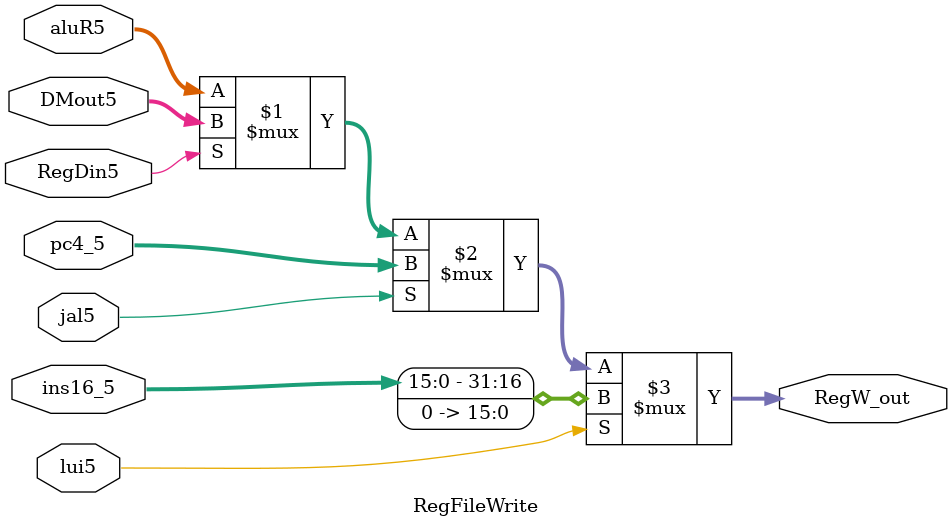
<source format=v>
module RegFileWrite(
    RegDin5,jal5,aluR5,DMout5,pc4_5,RegW_out,lui5,ins16_5
  );
    input RegDin5,jal5,lui5;
    input [31:0]aluR5,DMout5,pc4_5;
    input [15:0] ins16_5;
    output [31:0]RegW_out;
    assign RegW_out = lui5 ? {ins16_5,16'h0000}:
        jal5 ? pc4_5 :
      RegDin5 ? DMout5 : aluR5;
endmodule
</source>
